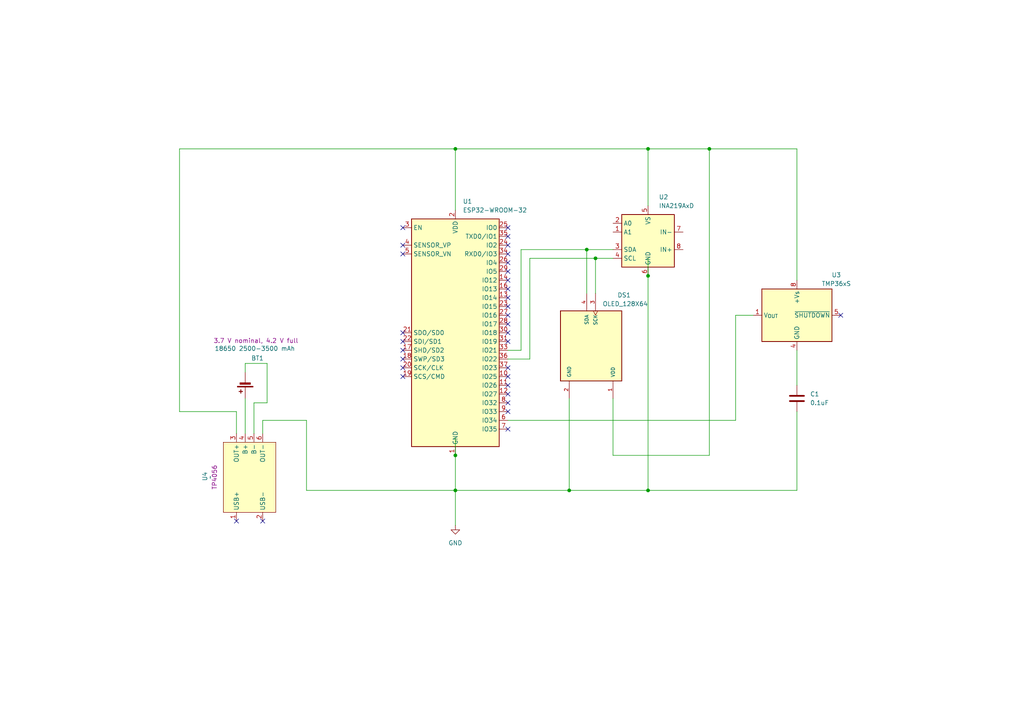
<source format=kicad_sch>
(kicad_sch (version 20250114) (generator "eeschema") (generator_version "9.0")
  (paper "A4")
  (title_block (title "Smart System Monitor IoT with AI") (date "2025-11-13") (rev "1.0") (company "Vladyslav Hirchuk - git: SoloScriptSage"))
  (lib_symbols
    (symbol "Device:Battery_Cell" (pin_numbers (hide yes)) (pin_names (offset 0) (hide yes))
      (property "Reference" "BT" (at 2.54 2.54 0))
      (property "Value" "Battery_Cell" (at 2.54 0 0))
      (symbol "Battery_Cell_0_1"
        (rectangle (start -2.286 1.778) (end 2.286 1.524) (fill (type outline)))
        (rectangle (start -1.524 1.016) (end 1.524 0.508) (fill (type outline)))
        (polyline (pts (xy 0 1.778) (xy 0 2.54)))
        (polyline (pts (xy 0 0.762) (xy 0 0)))
        (polyline (pts (xy 0.762 3.048) (xy 1.778 3.048)) (stroke (width 0.254)))
        (polyline (pts (xy 1.27 3.556) (xy 1.27 2.54)) (stroke (width 0.254)))
      )
      (symbol "Battery_Cell_1_1"
        (pin passive line (at 0 5.08 270) (length 2.54) (name "+") (number "1"))
        (pin passive line (at 0 -2.54 90) (length 2.54) (name "-") (number "2"))
      )
    )
    (symbol "Device:C" (pin_numbers (hide yes)) (pin_names (offset 0.254))
      (property "Reference" "C" (at 0.635 2.54 0))
      (property "Value" "C" (at 0.635 -2.54 0))
      (symbol "C_0_1"
        (polyline (pts (xy -2.032 0.762) (xy 2.032 0.762)) (stroke (width 0.508)))
        (polyline (pts (xy -2.032 -0.762) (xy 2.032 -0.762)) (stroke (width 0.508)))
      )
      (symbol "C_1_1"
        (pin passive line (at 0 3.81 270) (length 2.794) (name "~") (number "1"))
        (pin passive line (at 0 -3.81 90) (length 2.794) (name "~") (number "2"))
      )
    )
    (symbol "OLED_128X64_1.3_I2C:OLED_128X64_1.3_I2C" (pin_names (offset 1.016))
      (property "Reference" "DS" (at -10.16 10.922 0))
      (property "Value" "OLED_128X64_1.3_I2C" (at -10.16 -10.16 0))
      (symbol "OLED_128X64_1.3_I2C_0_0"
        (rectangle (start -10.16 10.16) (end 10.16 -7.62) (stroke (width 0.254)) (fill (type background)))
        (pin input clock (at -15.24 2.54 0) (length 5.08) (name "SCK") (number "3"))
        (pin bidirectional line (at -15.24 0 0) (length 5.08) (name "SDA") (number "4"))
        (pin power_in line (at 15.24 7.62 180) (length 5.08) (name "VDD") (number "1"))
        (pin power_in line (at 15.24 -5.08 180) (length 5.08) (name "GND") (number "2"))
      )
    )
    (symbol "RF_Module:ESP32-WROOM-32"
      (property "Reference" "U" (at -12.7 34.29 0))
      (property "Value" "ESP32-WROOM-32" (at 1.27 34.29 0))
      (symbol "ESP32-WROOM-32_0_1"
        (rectangle (start -12.7 33.02) (end 12.7 -33.02) (stroke (width 0.254)) (fill (type background)))
      )
      (symbol "ESP32-WROOM-32_1_1"
        (pin input line (at -15.24 30.48 0) (length 2.54) (name "EN") (number "3"))
        (pin input line (at -15.24 25.4 0) (length 2.54) (name "SENSOR_VP") (number "4"))
        (pin input line (at -15.24 22.86 0) (length 2.54) (name "SENSOR_VN") (number "5"))
        (pin bidirectional line (at -15.24 0 0) (length 2.54) (name "SDO/SD0") (number "21"))
        (pin bidirectional line (at -15.24 -2.54 0) (length 2.54) (name "SDI/SD1") (number "22"))
        (pin bidirectional line (at -15.24 -5.08 0) (length 2.54) (name "SHD/SD2") (number "17"))
        (pin bidirectional line (at -15.24 -7.62 0) (length 2.54) (name "SWP/SD3") (number "18"))
        (pin bidirectional line (at -15.24 -10.16 0) (length 2.54) (name "SCK/CLK") (number "20"))
        (pin bidirectional line (at -15.24 -12.7 0) (length 2.54) (name "SCS/CMD") (number "19"))
        (pin no_connect line (at -12.7 -27.94 0) (length 2.54) (hide yes) (name "NC") (number "32"))
        (pin power_in line (at 0 35.56 270) (length 2.54) (name "VDD") (number "2"))
        (pin power_in line (at 0 -35.56 90) (length 2.54) (name "GND") (number "1"))
        (pin passive line (at 0 -35.56 90) (length 2.54) (hide yes) (name "GND") (number "15"))
        (pin passive line (at 0 -35.56 90) (length 2.54) (hide yes) (name "GND") (number "38"))
        (pin passive line (at 0 -35.56 90) (length 2.54) (hide yes) (name "GND") (number "39"))
        (pin bidirectional line (at 15.24 30.48 180) (length 2.54) (name "IO0") (number "25"))
        (pin bidirectional line (at 15.24 27.94 180) (length 2.54) (name "TXD0/IO1") (number "35"))
        (pin bidirectional line (at 15.24 25.4 180) (length 2.54) (name "IO2") (number "24"))
        (pin bidirectional line (at 15.24 22.86 180) (length 2.54) (name "RXD0/IO3") (number "34"))
        (pin bidirectional line (at 15.24 20.32 180) (length 2.54) (name "IO4") (number "26"))
        (pin bidirectional line (at 15.24 17.78 180) (length 2.54) (name "IO5") (number "29"))
        (pin bidirectional line (at 15.24 15.24 180) (length 2.54) (name "IO12") (number "14"))
        (pin bidirectional line (at 15.24 12.7 180) (length 2.54) (name "IO13") (number "16"))
        (pin bidirectional line (at 15.24 10.16 180) (length 2.54) (name "IO14") (number "13"))
        (pin bidirectional line (at 15.24 7.62 180) (length 2.54) (name "IO15") (number "23"))
        (pin bidirectional line (at 15.24 5.08 180) (length 2.54) (name "IO16") (number "27"))
        (pin bidirectional line (at 15.24 2.54 180) (length 2.54) (name "IO17") (number "28"))
        (pin bidirectional line (at 15.24 0 180) (length 2.54) (name "IO18") (number "30"))
        (pin bidirectional line (at 15.24 -2.54 180) (length 2.54) (name "IO19") (number "31"))
        (pin bidirectional line (at 15.24 -5.08 180) (length 2.54) (name "IO21") (number "33"))
        (pin bidirectional line (at 15.24 -7.62 180) (length 2.54) (name "IO22") (number "36"))
        (pin bidirectional line (at 15.24 -10.16 180) (length 2.54) (name "IO23") (number "37"))
        (pin bidirectional line (at 15.24 -12.7 180) (length 2.54) (name "IO25") (number "10"))
        (pin bidirectional line (at 15.24 -15.24 180) (length 2.54) (name "IO26") (number "11"))
        (pin bidirectional line (at 15.24 -17.78 180) (length 2.54) (name "IO27") (number "12"))
        (pin bidirectional line (at 15.24 -20.32 180) (length 2.54) (name "IO32") (number "8"))
        (pin bidirectional line (at 15.24 -22.86 180) (length 2.54) (name "IO33") (number "9"))
        (pin input line (at 15.24 -25.4 180) (length 2.54) (name "IO34") (number "6"))
        (pin input line (at 15.24 -27.94 180) (length 2.54) (name "IO35") (number "7"))
      )
    )
    (symbol "Sensor_Energy:INA219AxD"
      (property "Reference" "U2" (at -3.1181 -12.7 0))
      (property "Value" "INA219AxD" (at -3.1181 -10.16 0))
      (symbol "INA219AxD_0_1"
        (rectangle (start -7.62 7.62) (end 7.62 -7.62) (stroke (width 0.254)) (fill (type background)))
      )
      (symbol "INA219AxD_1_1"
        (pin input line (at -10.16 2.54 0) (length 2.54) (name "IN+") (number "8"))
        (pin input line (at -10.16 -2.54 0) (length 2.54) (name "IN-") (number "7"))
        (pin power_in line (at 0 10.16 270) (length 2.54) (name "GND") (number "6"))
        (pin power_in line (at 0 -10.16 90) (length 2.54) (name "VS") (number "5"))
        (pin input line (at 10.16 5.08 180) (length 2.54) (name "SCL") (number "4"))
        (pin bidirectional line (at 10.16 2.54 180) (length 2.54) (name "SDA") (number "3"))
        (pin input line (at 10.16 -2.54 180) (length 2.54) (name "A1") (number "1"))
        (pin input line (at 10.16 -5.08 180) (length 2.54) (name "A0") (number "2"))
      )
    )
    (symbol "Sensor_Temperature:TMP36xS"
      (property "Reference" "U3" (at 11.43 11.684 0))
      (property "Value" "TMP36xS" (at 11.43 9.144 0))
      (symbol "TMP36xS_0_1"
        (rectangle (start -10.16 7.62) (end 10.16 -7.62) (stroke (width 0.254)) (fill (type background)))
      )
      (symbol "TMP36xS_1_1"
        (pin output line (at -12.7 0 0) (length 2.54) (name "V_{OUT}") (number "1"))
        (pin power_in line (at 0 10.16 270) (length 2.54) (name "+Vs") (number "8"))
        (pin power_in line (at 0 -10.16 90) (length 2.54) (name "GND") (number "4"))
        (pin input line (at 12.7 0 180) (length 2.54) (name "~{SHUTDOWN}") (number "5"))
      )
    )
    (symbol "power:GND" (power) (pin_numbers (hide yes)) (pin_names (offset 0) (hide yes))
      (property "Value" "GND" (at 0 -3.81 0))
      (symbol "GND_0_1"
        (polyline (pts (xy 0 0) (xy 0 -1.27) (xy 1.27 -1.27) (xy 0 -2.54) (xy -1.27 -1.27) (xy 0 -1.27)))
      )
      (symbol "GND_1_1"
        (pin power_in line (at 0 0 270) (length 0) (name "~") (number "1"))
      )
    )
    (symbol "tp4056:TP4056"
      (property "Reference" "U4" (at -1.016 12.954 0))
      (property "Value" "~" (at -1.27 11.43 0))
      (property "Description" "TP4056" (at -1.27 10.16 0))
      (symbol "TP4056_1_1"
        (rectangle (start -11.43 7.62) (end 8.89 -7.62) (fill (type background)))
        (pin input line (at -13.97 3.81 0) (length 2.54) (name "USB+") (number "1"))
        (pin input line (at -13.97 -3.81 0) (length 2.54) (name "USB-") (number "2"))
        (pin output line (at 11.43 3.81 180) (length 2.54) (name "OUT+") (number "3"))
        (pin input line (at 11.43 1.27 180) (length 2.54) (name "B+") (number "4"))
        (pin input line (at 11.43 -1.27 180) (length 2.54) (name "B-") (number "5"))
        (pin output line (at 11.43 -3.81 180) (length 2.54) (name "OUT-") (number "6"))
      )
    )
  )
  (junction (at 187.96 142.24))
  (junction (at 172.72 74.93))
  (junction (at 205.74 43.18))
  (junction (at 187.96 43.18))
  (junction (at 132.08 43.18))
  (junction (at 132.08 132.08))
  (junction (at 187.96 80.01))
  (junction (at 132.08 142.24))
  (junction (at 170.18 72.39))
  (junction (at 165.1 142.24))
  (no_connect (at 147.32 81.28))
  (no_connect (at 147.32 91.44))
  (no_connect (at 147.32 99.06))
  (no_connect (at 147.32 68.58))
  (no_connect (at 116.84 101.6))
  (no_connect (at 243.84 91.44))
  (no_connect (at 76.2 151.13))
  (no_connect (at 147.32 116.84))
  (no_connect (at 147.32 124.46))
  (no_connect (at 147.32 73.66))
  (no_connect (at 116.84 73.66))
  (no_connect (at 147.32 119.38))
  (no_connect (at 147.32 114.3))
  (no_connect (at 147.32 83.82))
  (no_connect (at 147.32 96.52))
  (no_connect (at 147.32 78.74))
  (no_connect (at 116.84 96.52))
  (no_connect (at 147.32 111.76))
  (no_connect (at 147.32 109.22))
  (no_connect (at 116.84 104.14))
  (no_connect (at 116.84 99.06))
  (no_connect (at 116.84 71.12))
  (no_connect (at 147.32 76.2))
  (no_connect (at 116.84 106.68))
  (no_connect (at 147.32 66.04))
  (no_connect (at 68.58 151.13))
  (no_connect (at 116.84 66.04))
  (no_connect (at 147.32 86.36))
  (no_connect (at 147.32 71.12))
  (no_connect (at 147.32 106.68))
  (no_connect (at 147.32 93.98))
  (no_connect (at 116.84 109.22))
  (no_connect (at 147.32 88.9))
  (wire (pts (xy 52.07 43.18) (xy 132.08 43.18)))
  (wire (pts (xy 77.47 105.41) (xy 77.47 116.84)))
  (wire (pts (xy 165.1 142.24) (xy 187.96 142.24)))
  (wire (pts (xy 187.96 80.01) (xy 187.96 142.24)))
  (wire (pts (xy 231.14 119.38) (xy 231.14 142.24)))
  (wire (pts (xy 151.13 72.39) (xy 151.13 101.6)))
  (wire (pts (xy 132.08 43.18) (xy 132.08 60.96)))
  (wire (pts (xy 187.96 142.24) (xy 231.14 142.24)))
  (wire (pts (xy 68.58 125.73) (xy 68.58 119.38)))
  (wire (pts (xy 213.36 121.92) (xy 147.32 121.92)))
  (wire (pts (xy 231.14 81.28) (xy 231.14 43.18)))
  (wire (pts (xy 132.08 142.24) (xy 165.1 142.24)))
  (wire (pts (xy 165.1 115.57) (xy 165.1 142.24)))
  (wire (pts (xy 71.12 105.41) (xy 77.47 105.41)))
  (wire (pts (xy 231.14 43.18) (xy 205.74 43.18)))
  (wire (pts (xy 71.12 125.73) (xy 71.12 115.57)))
  (wire (pts (xy 153.67 104.14) (xy 147.32 104.14)))
  (wire (pts (xy 68.58 119.38) (xy 52.07 119.38)))
  (wire (pts (xy 153.67 74.93) (xy 172.72 74.93)))
  (wire (pts (xy 76.2 125.73) (xy 76.2 121.92)))
  (wire (pts (xy 205.74 132.08) (xy 205.74 43.18)))
  (wire (pts (xy 151.13 72.39) (xy 170.18 72.39)))
  (wire (pts (xy 88.9 121.92) (xy 88.9 142.24)))
  (wire (pts (xy 187.96 43.18) (xy 187.96 59.69)))
  (wire (pts (xy 231.14 101.6) (xy 231.14 111.76)))
  (wire (pts (xy 132.08 142.24) (xy 132.08 152.4)))
  (wire (pts (xy 170.18 72.39) (xy 177.8 72.39)))
  (wire (pts (xy 52.07 119.38) (xy 52.07 43.18)))
  (wire (pts (xy 177.8 115.57) (xy 177.8 132.08)))
  (wire (pts (xy 213.36 91.44) (xy 213.36 121.92)))
  (wire (pts (xy 132.08 132.08) (xy 132.08 142.24)))
  (wire (pts (xy 88.9 142.24) (xy 132.08 142.24)))
  (wire (pts (xy 205.74 43.18) (xy 187.96 43.18)))
  (wire (pts (xy 170.18 72.39) (xy 170.18 85.09)))
  (wire (pts (xy 177.8 132.08) (xy 205.74 132.08)))
  (wire (pts (xy 172.72 74.93) (xy 172.72 85.09)))
  (wire (pts (xy 77.47 116.84) (xy 73.66 116.84)))
  (wire (pts (xy 132.08 127) (xy 132.08 132.08)))
  (wire (pts (xy 132.08 43.18) (xy 187.96 43.18)))
  (wire (pts (xy 76.2 121.92) (xy 88.9 121.92)))
  (wire (pts (xy 71.12 105.41) (xy 71.12 107.95)))
  (wire (pts (xy 153.67 104.14) (xy 153.67 74.93)))
  (wire (pts (xy 151.13 101.6) (xy 147.32 101.6)))
  (wire (pts (xy 213.36 91.44) (xy 218.44 91.44)))
  (wire (pts (xy 172.72 74.93) (xy 177.8 74.93)))
  (wire (pts (xy 73.66 116.84) (xy 73.66 125.73)))
  (wire (pts (xy 187.96 74.93) (xy 187.96 80.01)))
  (symbol (lib_id "Sensor_Temperature:TMP36xS") (at 231.14 91.44 0) (unit 1)
    (property "Reference" "U3" (at 242.57 79.756 0))
    (property "Value" "TMP36xS" (at 242.57 82.296 0))
    (property "Footprint" "Package_SO:SOIC-8_3.9x4.9mm_P1.27mm" (effects (hide yes)))
    (property "Datasheet" "https://www.analog.com/media/en/technical-documentation/data-sheets/TMP35_36_37.pdf" (effects (hide yes)))
    (property "Description" "Low Voltage Temperature Sensor, SOIC-8" (effects (hide yes)))
  )
  (symbol (lib_id "power:GND") (at 132.08 152.4 0) (unit 1)
    (property "Reference" "#PWR01" (effects (hide yes)))
    (property "Value" "GND" (at 132.08 157.48 0))
    (property "Description" "Power symbol creates a global label with name \"GND\" , ground" (effects (hide yes)))
  )
  (symbol (lib_id "Device:Battery_Cell") (at 71.12 110.49 180) (unit 1)
    (property "Reference" "BT1" (at 74.676 103.886 0))
    (property "Value" "18650 2500-3500 mAh" (at 73.914 101.092 0))
    (property "Description" "3.7 V nominal, 4.2 V full" (at 74.2315 98.806 0))
  )
  (symbol (lib_id "Device:C") (at 231.14 115.57 0) (unit 1)
    (property "Reference" "C1" (at 234.95 114.2999 0) (effects (justify left)))
    (property "Value" "0.1uF" (at 234.95 116.8399 0) (effects (justify left)))
    (property "Description" "Unpolarized capacitor" (effects (hide yes)))
  )
  (symbol (lib_id "OLED_128X64_1.3_I2C:OLED_128X64_1.3_I2C") (at 170.18 100.33 270) (unit 1)
    (property "Reference" "DS1" (at 179.07 85.598 90) (effects (justify left)))
    (property "Value" "OLED_128X64" (at 174.752 88.138 90) (effects (justify left)))
    (property "Footprint" "OLED_128X64_1.3_I2C:LCD_OLED_128X64_1.3_I2C" (effects (hide yes)))
    (property "MF" "UNIVERSAL-SOLDER Electronics Ltd" (effects (hide yes)))
    (property "Description_1" "Non-Touch Graphic LCD Display Module Transmissive White OLED, Monochrome I2C 1.3 (33.02mm) 128 x 64" (effects (hide yes)))
    (property "Package" "None" (effects (hide yes)))
    (property "Price" "None" (effects (hide yes)))
    (property "Check_prices" "https://www.snapeda.com/parts/OLED%20128x64%201.3%22%20I2C/UNIVERSAL-SOLDER+Electronics+Ltd/view-part/?ref=eda" (effects (hide yes)))
    (property "STANDARD" "Manufacturer Recommendations" (effects (hide yes)))
    (property "PARTREV" "NA" (effects (hide yes)))
    (property "SnapEDA_Link" "https://www.snapeda.com/parts/OLED%20128x64%201.3%22%20I2C/UNIVERSAL-SOLDER+Electronics+Ltd/view-part/?ref=snap" (effects (hide yes)))
    (property "MP" "OLED 128x64 1.3&quot; I2C" (effects (hide yes)))
    (property "Availability" "Not in stock" (effects (hide yes)))
    (property "MANUFACTURER" "UNIVERSAL-SOLDER Electronics Ltd" (effects (hide yes)))
  )
  (symbol (lib_id "Sensor_Energy:INA219AxD") (at 187.96 69.85 180) (unit 1)
    (property "Reference" "U2" (at 191.0781 57.15 0) (effects (justify right)))
    (property "Value" "INA219AxD" (at 191.0781 59.69 0) (effects (justify right)))
    (property "Footprint" "Package_SO:SOIC-8_3.9x4.9mm_P1.27mm" (effects (hide yes)))
    (property "Datasheet" "http://www.ti.com/lit/ds/symlink/ina219.pdf" (effects (hide yes)))
    (property "Description" "Zero-Drift, Bidirectional Current/Power Monitor (0-26V) With I2C Interface, SOIC-8" (effects (hide yes)))
  )
  (symbol (lib_id "RF_Module:ESP32-WROOM-32") (at 132.08 96.52 0) (unit 1)
    (property "Reference" "U1" (at 134.2233 58.42 0) (effects (justify left)))
    (property "Value" "ESP32-WROOM-32" (at 134.2233 60.96 0) (effects (justify left)))
    (property "Footprint" "RF_Module:ESP32-WROOM-32" (effects (hide yes)))
    (property "Datasheet" "https://www.espressif.com/sites/default/files/documentation/esp32-wroom-32_datasheet_en.pdf" (effects (hide yes)))
    (property "Description" "RF Module, ESP32-D0WDQ6 SoC, Wi-Fi 802.11b/g/n, Bluetooth, BLE, 32-bit, 2.7-3.6V, onboard antenna, SMD" (effects (hide yes)))
  )
  (symbol (lib_id "tp4056:TP4056") (at 72.39 137.16 90) (unit 1)
    (property "Reference" "U4" (at 59.436 138.176 0))
    (property "Value" "~" (at 60.96 138.43 0))
    (property "Description" "TP4056" (at 62.23 138.43 0))
  )
)
</source>
